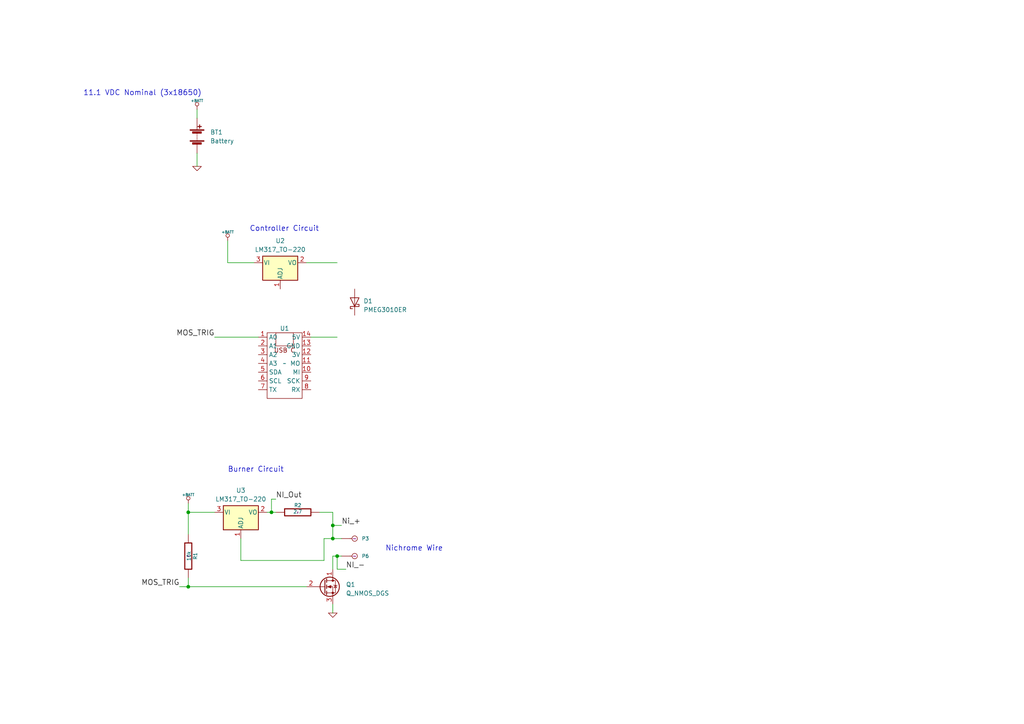
<source format=kicad_sch>
(kicad_sch (version 20230121) (generator eeschema)
  (paper "A4")
  (title_block (title "HABET Burner Board - Nero") (date "2023-07-08") (rev "2") (company "Make to Innovate") (comment 1 "Matthew E. Nelson"))
  (lib_symbols
    (symbol "Burner-rescue:+BATT" (power) (pin_names (offset 0))
      (property "Value" "+BATT" (at 0 2.54 0))
      (symbol "+BATT_0_0"
        (pin power_in line (at 0 0 90) (length 0) hide (name "+BATT") (number "1"))
      )
      (symbol "+BATT_0_1"
        (polyline (pts (xy 0 0) (xy 0 1.016) (xy 0 1.016)))
        (circle (center 0 1.524) (radius 0.508))
      )
    )
    (symbol "Burner-rescue:CONN_1" (pin_numbers hide) (pin_names (offset 0.762) hide)
      (property "Reference" "P" (at 2.032 0 0))
      (symbol "CONN_1_0_1"
        (polyline (pts (xy -0.762 0) (xy -1.27 0)))
        (circle (center 0 0) (radius 0.7874))
      )
      (symbol "CONN_1_1_1"
        (pin passive line (at -3.81 0 0) (length 2.54) (name "1") (number "1"))
      )
    )
    (symbol "Burner-rescue:GND" (power) (pin_names (offset 0))
      (symbol "GND_0_1"
        (polyline (pts (xy -1.27 0) (xy 0 -1.27) (xy 1.27 0) (xy -1.27 0)))
      )
      (symbol "GND_1_1"
        (pin power_in line (at 0 0 90) (length 0) hide (name "GND") (number "1"))
      )
    )
    (symbol "Burner-rescue:R" (pin_numbers hide) (pin_names (offset 0))
      (property "Reference" "R" (at 2.032 0 90))
      (property "Value" "R" (at 0.1778 0.0254 90))
      (symbol "R_0_1"
        (rectangle (start -1.016 3.81) (end 1.016 -3.81) (stroke (width 0.3048)))
      )
      (symbol "R_1_1"
        (pin passive line (at 0 6.35 270) (length 2.54) (name "~") (number "1"))
        (pin passive line (at 0 -6.35 90) (length 2.54) (name "~") (number "2"))
      )
    )
    (symbol "Device:Battery" (pin_numbers hide) (pin_names (offset 0) hide)
      (property "Reference" "BT" (at 2.54 2.54 0))
      (property "Value" "Battery" (at 2.54 0 0))
      (symbol "Battery_0_1"
        (rectangle (start -2.032 -1.397) (end 2.032 -1.651) (fill (type outline)))
        (rectangle (start -2.032 1.778) (end 2.032 1.524) (fill (type outline)))
        (rectangle (start -1.3208 -1.9812) (end 1.27 -2.4892) (fill (type outline)))
        (rectangle (start -1.3208 1.1938) (end 1.27 0.6858) (fill (type outline)))
        (polyline (pts (xy 0 -1.524) (xy 0 -1.27)))
        (polyline (pts (xy 0 -1.016) (xy 0 -0.762)))
        (polyline (pts (xy 0 -0.508) (xy 0 -0.254)))
        (polyline (pts (xy 0 0) (xy 0 0.254)))
        (polyline (pts (xy 0 0.508) (xy 0 0.762)))
        (polyline (pts (xy 0 1.778) (xy 0 2.54)))
        (polyline (pts (xy 0.254 2.667) (xy 1.27 2.667)) (stroke (width 0.254)))
        (polyline (pts (xy 0.762 3.175) (xy 0.762 2.159)) (stroke (width 0.254)))
      )
      (symbol "Battery_1_1"
        (pin passive line (at 0 5.08 270) (length 2.54) (name "+") (number "1"))
        (pin passive line (at 0 -5.08 90) (length 2.54) (name "-") (number "2"))
      )
    )
    (symbol "Device:Q_NMOS_DGS" (pin_names (offset 0) hide)
      (property "Reference" "Q" (at 5.08 1.27 0))
      (property "Value" "Q_NMOS_DGS" (at 5.08 -1.27 0))
      (symbol "Q_NMOS_DGS_0_1"
        (polyline (pts (xy 0.254 0) (xy -2.54 0)))
        (polyline (pts (xy 0.254 1.905) (xy 0.254 -1.905)) (stroke (width 0.254)))
        (polyline (pts (xy 0.762 -1.27) (xy 0.762 -2.286)) (stroke (width 0.254)))
        (polyline (pts (xy 0.762 0.508) (xy 0.762 -0.508)) (stroke (width 0.254)))
        (polyline (pts (xy 0.762 2.286) (xy 0.762 1.27)) (stroke (width 0.254)))
        (polyline (pts (xy 2.54 2.54) (xy 2.54 1.778)))
        (polyline (pts (xy 2.54 -2.54) (xy 2.54 0) (xy 0.762 0)))
        (polyline (pts (xy 0.762 -1.778) (xy 3.302 -1.778) (xy 3.302 1.778) (xy 0.762 1.778)))
        (polyline (pts (xy 1.016 0) (xy 2.032 0.381) (xy 2.032 -0.381) (xy 1.016 0)) (fill (type outline)))
        (polyline (pts (xy 2.794 0.508) (xy 2.921 0.381) (xy 3.683 0.381) (xy 3.81 0.254)))
        (polyline (pts (xy 3.302 0.381) (xy 2.921 -0.254) (xy 3.683 -0.254) (xy 3.302 0.381)))
        (circle (center 1.651 0) (radius 2.794) (stroke (width 0.254)))
        (circle (center 2.54 -1.778) (radius 0.254) (fill (type outline)))
        (circle (center 2.54 1.778) (radius 0.254) (fill (type outline)))
      )
      (symbol "Q_NMOS_DGS_1_1"
        (pin passive line (at 2.54 5.08 270) (length 2.54) (name "D") (number "1"))
        (pin input line (at -5.08 0 0) (length 2.54) (name "G") (number "2"))
        (pin passive line (at 2.54 -5.08 90) (length 2.54) (name "S") (number "3"))
      )
    )
    (symbol "Diode:PMEG3010ER" (pin_numbers hide) (pin_names hide)
      (property "Reference" "D" (at 0 2.54 0))
      (property "Value" "PMEG3010ER" (at 0 -2.54 0))
      (symbol "PMEG3010ER_0_1"
        (polyline (pts (xy 1.27 0) (xy -1.27 0)))
        (polyline (pts (xy 1.27 1.27) (xy 1.27 -1.27) (xy -1.27 0) (xy 1.27 1.27)) (stroke (width 0.2032)))
        (polyline (pts (xy -1.905 0.635) (xy -1.905 1.27) (xy -1.27 1.27) (xy -1.27 -1.27) (xy -0.635 -1.27) (xy -0.635 -0.635)) (stroke (width 0.2032)))
      )
      (symbol "PMEG3010ER_1_1"
        (pin passive line (at -3.81 0 0) (length 2.54) (name "K") (number "1"))
        (pin passive line (at 3.81 0 180) (length 2.54) (name "A") (number "2"))
      )
    )
    (symbol "MCU_Espressif:QT_ESP32_S3"
      (property "Reference" "U" (at 0 0 0))
      (symbol "QT_ESP32_S3_0_1"
        (rectangle (start -5.08 8.89) (end 5.08 -10.16))
        (rectangle (start -2.54 8.89) (end 2.54 5.08))
      )
      (symbol "QT_ESP32_S3_1_1"
        (text "USB C" (at 0 3.81 0) (effects (font (size 1.27 1.27))))
        (pin bidirectional line (at -7.62 7.62 0) (length 2.54) (name "A0") (number "1"))
        (pin bidirectional line (at 7.62 -2.54 180) (length 2.54) (name "MI") (number "10"))
        (pin bidirectional line (at 7.62 0 180) (length 2.54) (name "MO") (number "11"))
        (pin power_out line (at 7.62 2.54 180) (length 2.54) (name "3V") (number "12"))
        (pin power_in line (at 7.62 5.08 180) (length 2.54) (name "GND") (number "13"))
        (pin power_in line (at 7.62 7.62 180) (length 2.54) (name "5V") (number "14"))
        (pin bidirectional line (at -7.62 5.08 0) (length 2.54) (name "A1") (number "2"))
        (pin bidirectional line (at -7.62 2.54 0) (length 2.54) (name "A2") (number "3"))
        (pin bidirectional line (at -7.62 0 0) (length 2.54) (name "A3") (number "4"))
        (pin bidirectional line (at -7.62 -2.54 0) (length 2.54) (name "SDA") (number "5"))
        (pin bidirectional line (at -7.62 -5.08 0) (length 2.54) (name "SCL") (number "6"))
        (pin bidirectional line (at -7.62 -7.62 0) (length 2.54) (name "TX") (number "7"))
        (pin bidirectional line (at 7.62 -7.62 180) (length 2.54) (name "RX") (number "8"))
        (pin bidirectional line (at 7.62 -5.08 180) (length 2.54) (name "SCK") (number "9"))
      )
    )
    (symbol "Regulator_Linear:LM317_TO-220" (pin_names (offset 0.254))
      (property "Reference" "U" (at -3.81 3.175 0))
      (property "Value" "LM317_TO-220" (at 0 3.175 0))
      (symbol "LM317_TO-220_0_1"
        (rectangle (start -5.08 1.905) (end 5.08 -5.08) (stroke (width 0.254)) (fill (type background)))
      )
      (symbol "LM317_TO-220_1_1"
        (pin input line (at 0 -7.62 90) (length 2.54) (name "ADJ") (number "1"))
        (pin power_out line (at 7.62 0 180) (length 2.54) (name "VO") (number "2"))
        (pin power_in line (at -7.62 0 0) (length 2.54) (name "VI") (number "3"))
      )
    )
  )
  (junction (at 78.74 148.59))
  (junction (at 97.79 161.29))
  (junction (at 96.52 152.4))
  (junction (at 54.61 148.59))
  (junction (at 96.52 156.21))
  (junction (at 54.61 170.18))
  (wire (pts (xy 54.61 148.59) (xy 62.23 148.59)))
  (wire (pts (xy 57.15 31.75) (xy 57.15 34.29)))
  (wire (pts (xy 96.52 161.29) (xy 96.52 165.1)))
  (wire (pts (xy 52.07 170.18) (xy 54.61 170.18)))
  (wire (pts (xy 54.61 146.05) (xy 54.61 148.59)))
  (wire (pts (xy 97.79 165.1) (xy 97.79 161.29)))
  (wire (pts (xy 54.61 148.59) (xy 54.61 154.94)))
  (wire (pts (xy 54.61 167.64) (xy 54.61 170.18)))
  (wire (pts (xy 78.74 144.78) (xy 78.74 148.59)))
  (wire (pts (xy 69.85 162.56) (xy 69.85 156.21)))
  (wire (pts (xy 66.04 69.85) (xy 66.04 76.2)))
  (wire (pts (xy 97.79 97.79) (xy 90.17 97.79)))
  (wire (pts (xy 96.52 175.26) (xy 96.52 177.8)))
  (wire (pts (xy 93.98 162.56) (xy 93.98 156.21)))
  (wire (pts (xy 54.61 170.18) (xy 88.9 170.18)))
  (wire (pts (xy 100.33 165.1) (xy 97.79 165.1)))
  (wire (pts (xy 96.52 148.59) (xy 92.71 148.59)))
  (wire (pts (xy 57.15 44.45) (xy 57.15 48.26)))
  (wire (pts (xy 93.98 156.21) (xy 96.52 156.21)))
  (wire (pts (xy 96.52 156.21) (xy 96.52 152.4)))
  (wire (pts (xy 66.04 76.2) (xy 73.66 76.2)))
  (wire (pts (xy 97.79 161.29) (xy 96.52 161.29)))
  (wire (pts (xy 80.01 144.78) (xy 78.74 144.78)))
  (wire (pts (xy 77.47 148.59) (xy 78.74 148.59)))
  (wire (pts (xy 99.06 152.4) (xy 96.52 152.4)))
  (wire (pts (xy 78.74 148.59) (xy 80.01 148.59)))
  (wire (pts (xy 69.85 162.56) (xy 93.98 162.56)))
  (wire (pts (xy 62.23 97.79) (xy 74.93 97.79)))
  (wire (pts (xy 96.52 156.21) (xy 99.06 156.21)))
  (wire (pts (xy 99.06 161.29) (xy 97.79 161.29)))
  (wire (pts (xy 88.9 76.2) (xy 97.79 76.2)))
  (wire (pts (xy 96.52 152.4) (xy 96.52 148.59)))
  (text "Nichrome Wire" (at 111.76 160.02 0) (effects (font (size 1.524 1.524)) (justify left bottom)))
  (text "11.1 VDC Nominal (3x18650)" (at 24.13 27.94 0) (effects (font (size 1.524 1.524)) (justify left bottom)))
  (text "Controller Circuit" (at 72.39 67.31 0) (effects (font (size 1.524 1.524)) (justify left bottom)))
  (text "Burner Circuit" (at 66.04 137.16 0) (effects (font (size 1.524 1.524)) (justify left bottom)))
  (label "NI_Out" (at 80.01 144.78 0) (effects (font (size 1.524 1.524))))
  (label "Ni_+" (at 99.06 152.4 0) (effects (font (size 1.524 1.524))))
  (label "MOS_TRIG" (at 62.23 97.79 180) (effects (font (size 1.524 1.524))))
  (label "NI_-" (at 100.33 165.1 0) (effects (font (size 1.524 1.524))))
  (label "MOS_TRIG" (at 52.07 170.18 180) (effects (font (size 1.524 1.524))))
  (symbol (lib_id "Burner-rescue:R") (at 86.36 148.59 90) (unit 1)
    (property "Reference" "R2" (at 86.36 146.558 90) (effects (font (size 1.016 1.016))))
    (property "Value" "2.7" (at 86.3346 148.4122 90) (effects (font (size 1.016 1.016))))
    (property "Datasheet" "~" (at 86.36 148.59 0) (effects (font (size 0.762 0.762))))
    (property "DigikeyPart" "RHM2.7BGCT-ND" (effects hide))
    (property "Manufacturer" "Rohm Semiconductor" (effects hide))
    (property "ManufacturerNumber" "MCR50JZHJ2R7" (effects hide))
  )
  (symbol (lib_id "Burner-rescue:GND") (at 96.52 177.8 0) (unit 1)
    (property "Reference" "#PWR01" (effects hide))
    (property "Value" "GND" (effects hide))
  )
  (symbol (lib_id "Burner-rescue:GND") (at 57.15 48.26 0) (unit 1)
    (property "Reference" "#PWR02" (effects hide))
    (property "Value" "GND" (effects hide))
  )
  (symbol (lib_id "Burner-rescue:+BATT") (at 57.15 31.75 0) (unit 1)
    (property "Reference" "#PWR03" (effects hide))
    (property "Value" "+BATT" (at 57.15 29.21 0) (effects (font (size 0.762 0.762))))
  )
  (symbol (lib_id "Burner-rescue:+BATT") (at 66.04 69.85 0) (unit 1)
    (property "Reference" "#PWR04" (effects hide))
    (property "Value" "+BATT" (at 66.04 67.31 0) (effects (font (size 0.762 0.762))))
  )
  (symbol (lib_id "Burner-rescue:R") (at 54.61 161.29 0) (unit 1)
    (property "Reference" "R1" (at 56.642 161.29 90) (effects (font (size 1.016 1.016))))
    (property "Value" "10k" (at 54.7878 161.2646 90) (effects (font (size 1.016 1.016))))
    (property "Footprint" "Battery:BatteryHolder_Keystone_1042_1x18650" (effects hide))
    (property "Datasheet" "~" (at 54.61 161.29 0) (effects (font (size 0.762 0.762))))
    (property "DigikeyPart" "P10.0KCCT-ND" (effects hide))
    (property "Manufacturer" "Panasonic Electronics Components" (effects hide))
    (property "ManufacturerNumber" "ERJ-6ENF1002V" (effects hide))
  )
  (symbol (lib_id "Burner-rescue:+BATT") (at 54.61 146.05 0) (unit 1)
    (property "Reference" "#PWR06" (effects hide))
    (property "Value" "+BATT" (at 54.61 143.51 0) (effects (font (size 0.762 0.762))))
  )
  (symbol (lib_id "Burner-rescue:CONN_1") (at 102.87 156.21 0) (unit 1)
    (property "Reference" "P3" (at 104.902 156.21 0) (effects (font (size 1.016 1.016)) (justify left)))
    (property "Value" "CONN_1" (effects hide))
    (property "Datasheet" "~" (at 102.87 156.21 0) (effects (font (size 1.524 1.524))))
  )
  (symbol (lib_id "Burner-rescue:CONN_1") (at 102.87 161.29 0) (unit 1)
    (property "Reference" "P6" (at 104.902 161.29 0) (effects (font (size 1.016 1.016)) (justify left)))
    (property "Value" "CONN_1" (effects hide))
    (property "Datasheet" "~" (at 102.87 161.29 0) (effects (font (size 1.524 1.524))))
  )
  (symbol (lib_id "Diode:PMEG3010ER") (at 102.87 87.63 90) (unit 1)
    (property "Reference" "D1" (at 105.41 87.3125 90) (effects (justify right)))
    (property "Value" "PMEG3010ER" (at 105.41 89.8525 90) (effects (justify right)))
    (property "Footprint" "Diode_SMD:Nexperia_CFP3_SOD-123W" (effects hide))
    (property "Datasheet" "https://assets.nexperia.com/documents/data-sheet/PMEG3010ER.pdf" (effects hide))
  )
  (symbol (lib_id "MCU_Espressif:QT_ESP32_S3") (at 82.55 105.41 0) (unit 1)
    (property "Reference" "U1" (at 82.55 95.25 0))
    (property "Value" "~" (at 82.55 105.41 0))
  )
  (symbol (lib_id "Device:Q_NMOS_DGS") (at 93.98 170.18 0) (unit 1)
    (property "Reference" "Q1" (at 100.33 169.545 0) (effects (justify left)))
    (property "Value" "Q_NMOS_DGS" (at 100.33 172.085 0) (effects (justify left)))
    (property "Footprint" "Package_TO_SOT_SMD:SOT-23" (effects hide))
  )
  (symbol (lib_id "Regulator_Linear:LM317_TO-220") (at 69.85 148.59 0) (unit 1)
    (property "Reference" "U3" (at 69.85 142.24 0))
    (property "Value" "LM317_TO-220" (at 69.85 144.78 0))
    (property "Footprint" "Package_TO_SOT_THT:TO-220-3_Vertical" (effects hide))
    (property "Datasheet" "http://www.ti.com/lit/ds/symlink/lm317.pdf" (effects hide))
  )
  (symbol (lib_id "Regulator_Linear:LM317_TO-220") (at 81.28 76.2 0) (unit 1)
    (property "Reference" "U2" (at 81.28 69.85 0))
    (property "Value" "LM317_TO-220" (at 81.28 72.39 0))
    (property "Footprint" "Package_TO_SOT_THT:TO-220-3_Vertical" (effects hide))
    (property "Datasheet" "http://www.ti.com/lit/ds/symlink/lm317.pdf" (effects hide))
  )
  (symbol (lib_id "Device:Battery") (at 57.15 39.37 0) (unit 1)
    (property "Reference" "BT1" (at 60.96 38.354 0) (effects (justify left)))
    (property "Value" "Battery" (at 60.96 40.894 0) (effects (justify left)))
    (property "Footprint" "Battery:BatteryHolder_Keystone_1042_1x18650" (effects hide))
  )
)
</source>
